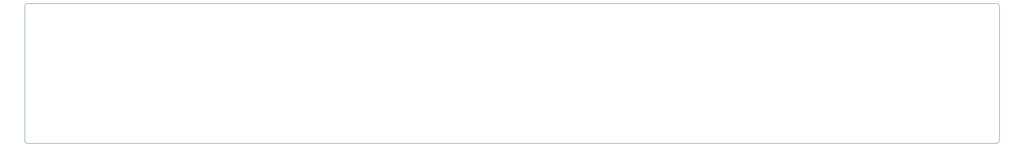
<source format=gm1>
G04 #@! TF.GenerationSoftware,KiCad,Pcbnew,5.1.10*
G04 #@! TF.CreationDate,2021-10-20T12:50:39+02:00*
G04 #@! TF.ProjectId,TH-XWhatsIt,54482d58-5768-4617-9473-49742e6b6963,0.1.3*
G04 #@! TF.SameCoordinates,Original*
G04 #@! TF.FileFunction,Profile,NP*
%FSLAX46Y46*%
G04 Gerber Fmt 4.6, Leading zero omitted, Abs format (unit mm)*
G04 Created by KiCad (PCBNEW 5.1.10) date 2021-10-20 12:50:39*
%MOMM*%
%LPD*%
G01*
G04 APERTURE LIST*
G04 #@! TA.AperFunction,Profile*
%ADD10C,0.050000*%
G04 #@! TD*
G04 APERTURE END LIST*
D10*
X38073483Y-120848539D02*
X61673483Y-120848539D01*
X230981444Y-120848539D02*
X61673483Y-120848539D01*
X37478170Y-121443852D02*
X37478170Y-148232937D01*
X231576757Y-148232937D02*
X231576757Y-121443852D01*
X38073483Y-148828250D02*
X230981444Y-148828250D01*
X230981444Y-120848539D02*
G75*
G02*
X231576757Y-121443852I0J-595313D01*
G01*
X231576757Y-148232937D02*
G75*
G02*
X230981444Y-148828250I-595313J0D01*
G01*
X37478170Y-121443852D02*
G75*
G02*
X38073483Y-120848539I595313J0D01*
G01*
X38073483Y-148828250D02*
G75*
G02*
X37478170Y-148232937I0J595313D01*
G01*
M02*

</source>
